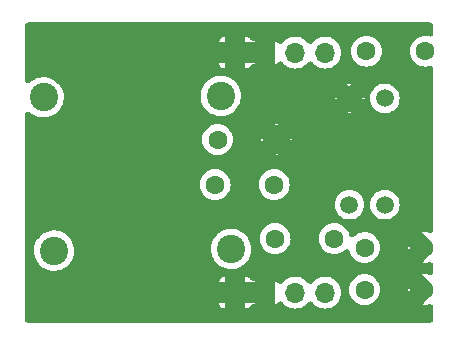
<source format=gbr>
%TF.GenerationSoftware,KiCad,Pcbnew,(6.0.11)*%
%TF.CreationDate,2023-05-29T12:42:38-05:00*%
%TF.ProjectId,LowPassFilter,4c6f7750-6173-4734-9669-6c7465722e6b,rev?*%
%TF.SameCoordinates,Original*%
%TF.FileFunction,Copper,L2,Bot*%
%TF.FilePolarity,Positive*%
%FSLAX46Y46*%
G04 Gerber Fmt 4.6, Leading zero omitted, Abs format (unit mm)*
G04 Created by KiCad (PCBNEW (6.0.11)) date 2023-05-29 12:42:38*
%MOMM*%
%LPD*%
G01*
G04 APERTURE LIST*
%TA.AperFunction,ComponentPad*%
%ADD10C,1.600000*%
%TD*%
%TA.AperFunction,ComponentPad*%
%ADD11R,1.700000X1.700000*%
%TD*%
%TA.AperFunction,ComponentPad*%
%ADD12O,1.700000X1.700000*%
%TD*%
%TA.AperFunction,ComponentPad*%
%ADD13C,2.400000*%
%TD*%
%TA.AperFunction,ComponentPad*%
%ADD14C,1.500000*%
%TD*%
G04 APERTURE END LIST*
D10*
%TO.P,C1,1*%
%TO.N,GND*%
X148550000Y-107950000D03*
%TO.P,C1,2*%
%TO.N,Net-(C2-Pad1)*%
X143550000Y-107950000D03*
%TD*%
%TO.P,C2,1*%
%TO.N,Net-(C2-Pad1)*%
X140970000Y-107188000D03*
%TO.P,C2,2*%
%TO.N,Net-(C2-Pad2)*%
X135970000Y-107188000D03*
%TD*%
%TO.P,C3,1*%
%TO.N,Net-(L2-Pad1)*%
X131104000Y-98806000D03*
%TO.P,C3,2*%
%TO.N,GND*%
X136104000Y-98806000D03*
%TD*%
%TO.P,C4,1*%
%TO.N,Net-(L2-Pad2)*%
X135890000Y-102616000D03*
%TO.P,C4,2*%
%TO.N,Net-(L2-Pad1)*%
X130890000Y-102616000D03*
%TD*%
%TO.P,C5,1*%
%TO.N,Net-(L2-Pad2)*%
X143550000Y-111506000D03*
%TO.P,C5,2*%
%TO.N,GND*%
X148550000Y-111506000D03*
%TD*%
%TO.P,C6,1*%
%TO.N,Net-(C2-Pad1)*%
X148700000Y-91330000D03*
%TO.P,C6,2*%
%TO.N,Net-(C6-Pad2)*%
X143700000Y-91330000D03*
%TD*%
D11*
%TO.P,J1,1,Pin_1*%
%TO.N,GND*%
X132588000Y-111760000D03*
D12*
%TO.P,J1,2,Pin_2*%
X135128000Y-111760000D03*
%TO.P,J1,3,Pin_3*%
%TO.N,Net-(L2-Pad2)*%
X137668000Y-111760000D03*
%TO.P,J1,4,Pin_4*%
X140208000Y-111760000D03*
%TD*%
D11*
%TO.P,J2,1,Pin_1*%
%TO.N,GND*%
X132588000Y-91440000D03*
D12*
%TO.P,J2,2,Pin_2*%
X135128000Y-91440000D03*
%TO.P,J2,3,Pin_3*%
%TO.N,Net-(J2-Pad3)*%
X137668000Y-91440000D03*
%TO.P,J2,4,Pin_4*%
%TO.N,Net-(C6-Pad2)*%
X140208000Y-91440000D03*
%TD*%
D13*
%TO.P,L1,1*%
%TO.N,Net-(C2-Pad2)*%
X131360000Y-95100000D03*
%TO.P,L1,2*%
%TO.N,Net-(L2-Pad1)*%
X116370000Y-95230000D03*
%TD*%
D14*
%TO.P,T1,1*%
%TO.N,Net-(J2-Pad3)*%
X142264000Y-104322000D03*
%TO.P,T1,2*%
%TO.N,GND*%
X142264000Y-95322000D03*
%TO.P,T1,3*%
%TO.N,Net-(C2-Pad1)*%
X145264000Y-104322000D03*
%TO.P,T1,4*%
%TO.N,Net-(J2-Pad3)*%
X145264000Y-95322000D03*
%TD*%
D13*
%TO.P,L2,1*%
%TO.N,Net-(L2-Pad1)*%
X117252000Y-108204000D03*
%TO.P,L2,2*%
%TO.N,Net-(L2-Pad2)*%
X132242000Y-108074000D03*
%TD*%
%TA.AperFunction,Conductor*%
%TO.N,GND*%
G36*
X149205788Y-88911454D02*
G01*
X149286570Y-88965430D01*
X149340546Y-89046212D01*
X149359500Y-89141500D01*
X149359500Y-89835832D01*
X149340546Y-89931120D01*
X149286570Y-90011902D01*
X149205788Y-90065878D01*
X149110500Y-90084832D01*
X149046056Y-90076348D01*
X148926692Y-90044365D01*
X148915864Y-90043418D01*
X148915860Y-90043417D01*
X148710836Y-90025480D01*
X148700000Y-90024532D01*
X148689164Y-90025480D01*
X148484140Y-90043417D01*
X148484136Y-90043418D01*
X148473308Y-90044365D01*
X148462809Y-90047178D01*
X148462810Y-90047178D01*
X148287220Y-90094227D01*
X148253504Y-90103261D01*
X148047266Y-90199432D01*
X147860861Y-90329953D01*
X147699953Y-90490861D01*
X147569432Y-90677266D01*
X147473261Y-90883504D01*
X147414365Y-91103308D01*
X147413418Y-91114136D01*
X147413417Y-91114140D01*
X147405504Y-91204592D01*
X147394532Y-91330000D01*
X147414365Y-91556692D01*
X147473261Y-91776496D01*
X147569432Y-91982734D01*
X147699953Y-92169139D01*
X147860861Y-92330047D01*
X148047266Y-92460568D01*
X148253504Y-92556739D01*
X148473308Y-92615635D01*
X148484136Y-92616582D01*
X148484140Y-92616583D01*
X148689164Y-92634520D01*
X148700000Y-92635468D01*
X148710836Y-92634520D01*
X148915860Y-92616583D01*
X148915864Y-92616582D01*
X148926692Y-92615635D01*
X149046055Y-92583652D01*
X149143001Y-92577298D01*
X149235000Y-92608528D01*
X149308045Y-92672586D01*
X149351016Y-92759722D01*
X149359500Y-92824168D01*
X149359500Y-106493406D01*
X149340546Y-106588694D01*
X149286570Y-106669476D01*
X149205788Y-106723452D01*
X149110500Y-106742406D01*
X149019229Y-106724251D01*
X149019139Y-106724499D01*
X149017528Y-106723913D01*
X149015212Y-106723452D01*
X149010181Y-106721239D01*
X148988576Y-106713375D01*
X148788493Y-106659763D01*
X148767176Y-106656004D01*
X148560827Y-106637951D01*
X148539167Y-106637952D01*
X148407418Y-106649478D01*
X148388957Y-106654859D01*
X148396455Y-106665085D01*
X148550000Y-106818629D01*
X149286569Y-107555198D01*
X149340546Y-107635979D01*
X149359500Y-107731268D01*
X149359500Y-108168731D01*
X149340546Y-108264019D01*
X149286570Y-108344801D01*
X148550000Y-109081371D01*
X148400327Y-109231043D01*
X148389645Y-109247030D01*
X148401964Y-109250044D01*
X148539167Y-109262048D01*
X148560827Y-109262049D01*
X148767176Y-109243996D01*
X148788493Y-109240237D01*
X148988576Y-109186625D01*
X149019139Y-109175501D01*
X149019817Y-109177364D01*
X149099629Y-109157831D01*
X149195654Y-109172607D01*
X149278715Y-109223005D01*
X149336167Y-109301353D01*
X149359263Y-109395723D01*
X149359500Y-109406594D01*
X149359500Y-110049406D01*
X149340546Y-110144694D01*
X149286570Y-110225476D01*
X149205788Y-110279452D01*
X149110500Y-110298406D01*
X149019229Y-110280251D01*
X149019139Y-110280499D01*
X149017528Y-110279913D01*
X149015212Y-110279452D01*
X149010181Y-110277239D01*
X148988576Y-110269375D01*
X148788493Y-110215763D01*
X148767176Y-110212004D01*
X148560827Y-110193951D01*
X148539167Y-110193952D01*
X148407418Y-110205478D01*
X148388957Y-110210859D01*
X148396455Y-110221085D01*
X148550000Y-110374629D01*
X149286569Y-111111198D01*
X149340546Y-111191979D01*
X149359500Y-111287268D01*
X149359500Y-111724731D01*
X149340546Y-111820019D01*
X149286570Y-111900801D01*
X148550000Y-112637371D01*
X148400327Y-112787043D01*
X148389645Y-112803030D01*
X148401964Y-112806044D01*
X148539167Y-112818048D01*
X148560827Y-112818049D01*
X148767176Y-112799996D01*
X148788493Y-112796237D01*
X148988576Y-112742625D01*
X149019139Y-112731501D01*
X149019817Y-112733364D01*
X149099629Y-112713831D01*
X149195654Y-112728607D01*
X149278715Y-112779005D01*
X149336167Y-112857353D01*
X149359263Y-112951723D01*
X149359500Y-112962594D01*
X149359500Y-114058500D01*
X149340546Y-114153788D01*
X149286570Y-114234570D01*
X149205788Y-114288546D01*
X149110500Y-114307500D01*
X115049500Y-114307500D01*
X114954212Y-114288546D01*
X114873430Y-114234570D01*
X114819454Y-114153788D01*
X114800500Y-114058500D01*
X114800500Y-112651346D01*
X131230001Y-112651346D01*
X131230729Y-112664792D01*
X131235062Y-112704685D01*
X131242228Y-112734826D01*
X131281600Y-112839850D01*
X131298469Y-112870660D01*
X131364453Y-112958703D01*
X131389297Y-112983547D01*
X131477340Y-113049531D01*
X131508150Y-113066400D01*
X131613178Y-113105773D01*
X131643309Y-113112938D01*
X131683214Y-113117273D01*
X131696650Y-113118000D01*
X131713473Y-113118000D01*
X131733931Y-113113931D01*
X131738000Y-113093473D01*
X131738000Y-113093472D01*
X133438000Y-113093472D01*
X133442069Y-113113930D01*
X133462527Y-113117999D01*
X133479346Y-113117999D01*
X133492792Y-113117271D01*
X133532685Y-113112938D01*
X133562826Y-113105772D01*
X133667850Y-113066400D01*
X133698660Y-113049531D01*
X133786703Y-112983547D01*
X133811547Y-112958703D01*
X133888172Y-112856462D01*
X133889145Y-112857192D01*
X133939286Y-112797329D01*
X134025424Y-112752391D01*
X134122202Y-112743838D01*
X134214886Y-112772971D01*
X134254369Y-112799804D01*
X134259130Y-112803757D01*
X134276073Y-112812937D01*
X134276179Y-112812740D01*
X134278000Y-112800702D01*
X134278000Y-112797329D01*
X135978000Y-112797329D01*
X135981760Y-112816231D01*
X135986578Y-112815273D01*
X135989511Y-112813647D01*
X135999217Y-112806724D01*
X136014773Y-112793579D01*
X136158477Y-112650374D01*
X136171672Y-112634870D01*
X136199943Y-112595526D01*
X136270940Y-112529204D01*
X136361912Y-112495100D01*
X136459011Y-112498406D01*
X136547454Y-112538617D01*
X136606121Y-112598005D01*
X136629505Y-112631401D01*
X136796599Y-112798495D01*
X136805497Y-112804725D01*
X136805500Y-112804728D01*
X136899661Y-112870660D01*
X136990170Y-112934035D01*
X137000015Y-112938626D01*
X137000017Y-112938627D01*
X137051415Y-112962594D01*
X137204337Y-113033903D01*
X137214835Y-113036716D01*
X137214838Y-113036717D01*
X137262662Y-113049531D01*
X137432592Y-113095063D01*
X137443425Y-113096011D01*
X137443426Y-113096011D01*
X137555005Y-113105773D01*
X137648250Y-113113931D01*
X137657165Y-113114711D01*
X137668000Y-113115659D01*
X137678835Y-113114711D01*
X137687751Y-113113931D01*
X137780995Y-113105773D01*
X137892574Y-113096011D01*
X137892575Y-113096011D01*
X137903408Y-113095063D01*
X138073338Y-113049531D01*
X138121162Y-113036717D01*
X138121165Y-113036716D01*
X138131663Y-113033903D01*
X138284585Y-112962594D01*
X138335983Y-112938627D01*
X138335985Y-112938626D01*
X138345830Y-112934035D01*
X138436339Y-112870660D01*
X138530500Y-112804728D01*
X138530503Y-112804725D01*
X138539401Y-112798495D01*
X138706495Y-112631401D01*
X138734032Y-112592074D01*
X138804211Y-112524891D01*
X138894760Y-112489678D01*
X138991892Y-112491797D01*
X139080819Y-112530925D01*
X139141968Y-112592074D01*
X139169505Y-112631401D01*
X139336599Y-112798495D01*
X139345497Y-112804725D01*
X139345500Y-112804728D01*
X139439661Y-112870660D01*
X139530170Y-112934035D01*
X139540015Y-112938626D01*
X139540017Y-112938627D01*
X139591415Y-112962594D01*
X139744337Y-113033903D01*
X139754835Y-113036716D01*
X139754838Y-113036717D01*
X139802662Y-113049531D01*
X139972592Y-113095063D01*
X139983425Y-113096011D01*
X139983426Y-113096011D01*
X140095005Y-113105773D01*
X140188250Y-113113931D01*
X140197165Y-113114711D01*
X140208000Y-113115659D01*
X140218835Y-113114711D01*
X140227751Y-113113931D01*
X140320995Y-113105773D01*
X140432574Y-113096011D01*
X140432575Y-113096011D01*
X140443408Y-113095063D01*
X140613338Y-113049531D01*
X140661162Y-113036717D01*
X140661165Y-113036716D01*
X140671663Y-113033903D01*
X140824585Y-112962594D01*
X140875983Y-112938627D01*
X140875985Y-112938626D01*
X140885830Y-112934035D01*
X140976339Y-112870660D01*
X141070500Y-112804728D01*
X141070503Y-112804725D01*
X141079401Y-112798495D01*
X141246495Y-112631401D01*
X141382035Y-112437829D01*
X141386631Y-112427973D01*
X141477307Y-112233520D01*
X141477309Y-112233516D01*
X141481903Y-112223663D01*
X141543063Y-111995408D01*
X141546818Y-111952496D01*
X141562711Y-111770835D01*
X141563659Y-111760000D01*
X141543063Y-111524592D01*
X141538081Y-111506000D01*
X142244532Y-111506000D01*
X142264365Y-111732692D01*
X142323261Y-111952496D01*
X142419432Y-112158734D01*
X142549953Y-112345139D01*
X142710861Y-112506047D01*
X142897266Y-112636568D01*
X143103504Y-112732739D01*
X143323308Y-112791635D01*
X143334136Y-112792582D01*
X143334140Y-112792583D01*
X143539164Y-112810520D01*
X143550000Y-112811468D01*
X143560836Y-112810520D01*
X143765860Y-112792583D01*
X143765864Y-112792582D01*
X143776692Y-112791635D01*
X143996496Y-112732739D01*
X144202734Y-112636568D01*
X144389139Y-112506047D01*
X144550047Y-112345139D01*
X144680568Y-112158734D01*
X144776739Y-111952496D01*
X144835635Y-111732692D01*
X144854520Y-111516836D01*
X147237952Y-111516836D01*
X147249478Y-111648582D01*
X147254859Y-111667043D01*
X147265085Y-111659545D01*
X147401289Y-111523341D01*
X147412876Y-111506000D01*
X147401289Y-111488659D01*
X147268957Y-111356327D01*
X147252970Y-111345645D01*
X147249956Y-111357964D01*
X147237952Y-111495164D01*
X147237952Y-111516836D01*
X144854520Y-111516836D01*
X144855468Y-111506000D01*
X144842517Y-111357964D01*
X144836583Y-111290140D01*
X144836582Y-111290136D01*
X144835635Y-111279308D01*
X144790590Y-111111198D01*
X144779552Y-111070002D01*
X144779552Y-111070001D01*
X144776739Y-111059504D01*
X144680568Y-110853266D01*
X144550047Y-110666861D01*
X144389139Y-110505953D01*
X144202734Y-110375432D01*
X143996496Y-110279261D01*
X143776692Y-110220365D01*
X143765864Y-110219418D01*
X143765860Y-110219417D01*
X143560836Y-110201480D01*
X143550000Y-110200532D01*
X143539164Y-110201480D01*
X143334140Y-110219417D01*
X143334136Y-110219418D01*
X143323308Y-110220365D01*
X143103504Y-110279261D01*
X142897266Y-110375432D01*
X142710861Y-110505953D01*
X142549953Y-110666861D01*
X142419432Y-110853266D01*
X142323261Y-111059504D01*
X142320448Y-111070001D01*
X142320448Y-111070002D01*
X142309410Y-111111198D01*
X142264365Y-111279308D01*
X142263418Y-111290136D01*
X142263417Y-111290140D01*
X142257483Y-111357964D01*
X142244532Y-111506000D01*
X141538081Y-111506000D01*
X141481903Y-111296337D01*
X141473963Y-111279308D01*
X141386631Y-111092027D01*
X141382035Y-111082171D01*
X141366164Y-111059504D01*
X141274530Y-110928638D01*
X141246495Y-110888599D01*
X141079401Y-110721505D01*
X141070503Y-110715275D01*
X141070500Y-110715272D01*
X140894729Y-110592196D01*
X140894728Y-110592195D01*
X140885830Y-110585965D01*
X140875985Y-110581374D01*
X140875983Y-110581373D01*
X140779651Y-110536453D01*
X140671663Y-110486097D01*
X140661165Y-110483284D01*
X140661162Y-110483283D01*
X140550381Y-110453600D01*
X140443408Y-110424937D01*
X140432575Y-110423989D01*
X140432574Y-110423989D01*
X140227762Y-110406070D01*
X140208000Y-110404341D01*
X140188238Y-110406070D01*
X139983426Y-110423989D01*
X139983425Y-110423989D01*
X139972592Y-110424937D01*
X139744337Y-110486097D01*
X139734484Y-110490691D01*
X139734480Y-110490693D01*
X139685273Y-110513639D01*
X139530171Y-110585965D01*
X139336599Y-110721505D01*
X139169505Y-110888599D01*
X139141968Y-110927926D01*
X139071789Y-110995109D01*
X138981240Y-111030322D01*
X138884108Y-111028203D01*
X138795181Y-110989075D01*
X138734032Y-110927926D01*
X138706495Y-110888599D01*
X138539401Y-110721505D01*
X138530503Y-110715275D01*
X138530500Y-110715272D01*
X138354729Y-110592196D01*
X138354728Y-110592195D01*
X138345830Y-110585965D01*
X138335985Y-110581374D01*
X138335983Y-110581373D01*
X138239651Y-110536453D01*
X138131663Y-110486097D01*
X138121165Y-110483284D01*
X138121162Y-110483283D01*
X138010381Y-110453600D01*
X137903408Y-110424937D01*
X137892575Y-110423989D01*
X137892574Y-110423989D01*
X137687762Y-110406070D01*
X137668000Y-110404341D01*
X137648238Y-110406070D01*
X137443426Y-110423989D01*
X137443425Y-110423989D01*
X137432592Y-110424937D01*
X137204337Y-110486097D01*
X137194484Y-110490691D01*
X137194480Y-110490693D01*
X137145273Y-110513639D01*
X136990171Y-110585965D01*
X136796599Y-110721505D01*
X136629505Y-110888599D01*
X136623270Y-110897504D01*
X136623268Y-110897506D01*
X136618698Y-110904033D01*
X136607849Y-110919527D01*
X136537671Y-110986710D01*
X136447122Y-111021924D01*
X136349990Y-111019807D01*
X136261063Y-110980679D01*
X136206603Y-110928638D01*
X136200741Y-110921027D01*
X136064209Y-110770980D01*
X136049305Y-110757082D01*
X135997246Y-110715968D01*
X135980085Y-110707206D01*
X135979271Y-110708800D01*
X135978000Y-110717961D01*
X135978000Y-112797329D01*
X134278000Y-112797329D01*
X134278000Y-112634527D01*
X134273931Y-112614069D01*
X134253473Y-112610000D01*
X134092079Y-112610000D01*
X134055354Y-112617305D01*
X133958201Y-112617305D01*
X133921475Y-112610000D01*
X133462527Y-112610000D01*
X133442069Y-112614069D01*
X133438000Y-112634527D01*
X133438000Y-113093472D01*
X131738000Y-113093472D01*
X131738000Y-112634527D01*
X131733931Y-112614069D01*
X131713473Y-112610000D01*
X131254528Y-112610000D01*
X131234070Y-112614069D01*
X131230001Y-112634527D01*
X131230001Y-112651346D01*
X114800500Y-112651346D01*
X114800500Y-110885473D01*
X131230000Y-110885473D01*
X131234069Y-110905931D01*
X131254527Y-110910000D01*
X131713473Y-110910000D01*
X131733931Y-110905931D01*
X131738000Y-110885473D01*
X133438000Y-110885473D01*
X133442069Y-110905931D01*
X133462527Y-110910000D01*
X133921476Y-110910000D01*
X133951469Y-110904034D01*
X134048624Y-110904033D01*
X134063551Y-110908640D01*
X134076709Y-110910000D01*
X134253473Y-110910000D01*
X134273931Y-110905931D01*
X134278000Y-110885473D01*
X134278000Y-110724465D01*
X134274240Y-110705565D01*
X134270952Y-110706219D01*
X134265472Y-110709345D01*
X134243698Y-110725693D01*
X134156117Y-110767749D01*
X134059109Y-110773088D01*
X133967442Y-110740897D01*
X133895072Y-110676077D01*
X133879745Y-110652293D01*
X133811547Y-110561297D01*
X133786703Y-110536453D01*
X133698660Y-110470469D01*
X133667850Y-110453600D01*
X133562822Y-110414227D01*
X133532691Y-110407062D01*
X133492786Y-110402727D01*
X133479350Y-110402000D01*
X133462527Y-110402000D01*
X133442069Y-110406069D01*
X133438000Y-110426527D01*
X133438000Y-110885473D01*
X131738000Y-110885473D01*
X131738000Y-110426528D01*
X131733931Y-110406070D01*
X131713473Y-110402001D01*
X131696654Y-110402001D01*
X131683208Y-110402729D01*
X131643315Y-110407062D01*
X131613174Y-110414228D01*
X131508150Y-110453600D01*
X131477340Y-110470469D01*
X131389297Y-110536453D01*
X131364453Y-110561297D01*
X131298469Y-110649340D01*
X131281600Y-110680150D01*
X131242227Y-110785178D01*
X131235062Y-110815309D01*
X131230727Y-110855214D01*
X131230000Y-110868650D01*
X131230000Y-110885473D01*
X114800500Y-110885473D01*
X114800500Y-108159361D01*
X115547316Y-108159361D01*
X115549760Y-108210240D01*
X115558203Y-108385998D01*
X115559443Y-108411820D01*
X115608752Y-108659713D01*
X115611873Y-108668405D01*
X115611873Y-108668406D01*
X115690602Y-108887684D01*
X115694160Y-108897595D01*
X115698532Y-108905732D01*
X115698534Y-108905736D01*
X115792907Y-109081371D01*
X115813792Y-109120240D01*
X115819319Y-109127642D01*
X115819320Y-109127643D01*
X115949036Y-109301353D01*
X115965018Y-109322756D01*
X116144517Y-109500696D01*
X116151969Y-109506160D01*
X116249429Y-109577620D01*
X116348346Y-109650149D01*
X116356510Y-109654445D01*
X116356516Y-109654448D01*
X116465392Y-109711730D01*
X116572026Y-109767833D01*
X116810644Y-109851162D01*
X117058958Y-109898306D01*
X117068180Y-109898668D01*
X117068186Y-109898669D01*
X117185235Y-109903267D01*
X117311513Y-109908229D01*
X117320688Y-109907224D01*
X117320693Y-109907224D01*
X117553577Y-109881719D01*
X117553581Y-109881718D01*
X117562760Y-109880713D01*
X117807181Y-109816363D01*
X118039405Y-109716591D01*
X118047257Y-109711732D01*
X118047261Y-109711730D01*
X118246472Y-109588454D01*
X118254331Y-109583591D01*
X118447238Y-109420283D01*
X118532768Y-109322756D01*
X118607802Y-109237196D01*
X118607803Y-109237194D01*
X118613888Y-109230256D01*
X118750619Y-109017684D01*
X118784550Y-108942361D01*
X118850635Y-108795656D01*
X118854428Y-108787236D01*
X118906463Y-108602734D01*
X118920524Y-108552877D01*
X118920525Y-108552873D01*
X118923034Y-108543976D01*
X118924849Y-108529713D01*
X118938440Y-108422877D01*
X118954931Y-108293247D01*
X118957268Y-108204000D01*
X118956546Y-108194284D01*
X118944290Y-108029361D01*
X130537316Y-108029361D01*
X130541240Y-108111043D01*
X130546005Y-108210240D01*
X130549443Y-108281820D01*
X130598752Y-108529713D01*
X130601873Y-108538405D01*
X130601873Y-108538406D01*
X130648548Y-108668406D01*
X130684160Y-108767595D01*
X130688532Y-108775732D01*
X130688534Y-108775736D01*
X130785547Y-108956284D01*
X130803792Y-108990240D01*
X130809319Y-108997642D01*
X130809320Y-108997643D01*
X130943058Y-109176739D01*
X130955018Y-109192756D01*
X131134517Y-109370696D01*
X131141969Y-109376160D01*
X131302944Y-109494191D01*
X131338346Y-109520149D01*
X131346510Y-109524445D01*
X131346516Y-109524448D01*
X131447580Y-109577620D01*
X131562026Y-109637833D01*
X131800644Y-109721162D01*
X132048958Y-109768306D01*
X132058180Y-109768668D01*
X132058186Y-109768669D01*
X132175235Y-109773267D01*
X132301513Y-109778229D01*
X132310688Y-109777224D01*
X132310693Y-109777224D01*
X132543577Y-109751719D01*
X132543581Y-109751718D01*
X132552760Y-109750713D01*
X132797181Y-109686363D01*
X133029405Y-109586591D01*
X133037257Y-109581732D01*
X133037261Y-109581730D01*
X133236472Y-109458454D01*
X133244331Y-109453591D01*
X133437238Y-109290283D01*
X133468602Y-109254520D01*
X133597802Y-109107196D01*
X133597803Y-109107194D01*
X133603888Y-109100256D01*
X133740619Y-108887684D01*
X133782075Y-108795656D01*
X133840635Y-108665656D01*
X133844428Y-108657236D01*
X133873860Y-108552877D01*
X133910524Y-108422877D01*
X133910525Y-108422873D01*
X133913034Y-108413976D01*
X133944931Y-108163247D01*
X133946494Y-108103545D01*
X133947105Y-108080240D01*
X133947105Y-108080232D01*
X133947268Y-108074000D01*
X133928537Y-107821945D01*
X133872756Y-107575428D01*
X133781150Y-107339863D01*
X133694353Y-107188000D01*
X134664532Y-107188000D01*
X134665480Y-107198836D01*
X134677116Y-107331832D01*
X134684365Y-107414692D01*
X134743261Y-107634496D01*
X134839432Y-107840734D01*
X134969953Y-108027139D01*
X135130861Y-108188047D01*
X135317266Y-108318568D01*
X135523504Y-108414739D01*
X135534001Y-108417552D01*
X135534002Y-108417552D01*
X135633406Y-108444187D01*
X135743308Y-108473635D01*
X135754136Y-108474582D01*
X135754140Y-108474583D01*
X135959164Y-108492520D01*
X135970000Y-108493468D01*
X135980836Y-108492520D01*
X136185860Y-108474583D01*
X136185864Y-108474582D01*
X136196692Y-108473635D01*
X136306594Y-108444187D01*
X136405998Y-108417552D01*
X136405999Y-108417552D01*
X136416496Y-108414739D01*
X136622734Y-108318568D01*
X136809139Y-108188047D01*
X136970047Y-108027139D01*
X137100568Y-107840734D01*
X137196739Y-107634496D01*
X137255635Y-107414692D01*
X137262885Y-107331832D01*
X137274520Y-107198836D01*
X137275468Y-107188000D01*
X139664532Y-107188000D01*
X139665480Y-107198836D01*
X139677116Y-107331832D01*
X139684365Y-107414692D01*
X139743261Y-107634496D01*
X139839432Y-107840734D01*
X139969953Y-108027139D01*
X140130861Y-108188047D01*
X140317266Y-108318568D01*
X140523504Y-108414739D01*
X140534001Y-108417552D01*
X140534002Y-108417552D01*
X140633406Y-108444187D01*
X140743308Y-108473635D01*
X140754136Y-108474582D01*
X140754140Y-108474583D01*
X140959164Y-108492520D01*
X140970000Y-108493468D01*
X140980836Y-108492520D01*
X141185860Y-108474583D01*
X141185864Y-108474582D01*
X141196692Y-108473635D01*
X141306594Y-108444187D01*
X141405998Y-108417552D01*
X141405999Y-108417552D01*
X141416496Y-108414739D01*
X141622734Y-108318568D01*
X141809139Y-108188047D01*
X141865602Y-108131584D01*
X141946384Y-108077608D01*
X142041672Y-108058654D01*
X142136960Y-108077608D01*
X142217742Y-108131584D01*
X142271718Y-108212366D01*
X142282188Y-108243209D01*
X142320447Y-108385996D01*
X142320448Y-108385998D01*
X142323261Y-108396496D01*
X142419432Y-108602734D01*
X142549953Y-108789139D01*
X142710861Y-108950047D01*
X142897266Y-109080568D01*
X143103504Y-109176739D01*
X143114001Y-109179552D01*
X143114002Y-109179552D01*
X143187546Y-109199258D01*
X143323308Y-109235635D01*
X143334136Y-109236582D01*
X143334140Y-109236583D01*
X143539164Y-109254520D01*
X143550000Y-109255468D01*
X143560836Y-109254520D01*
X143765860Y-109236583D01*
X143765864Y-109236582D01*
X143776692Y-109235635D01*
X143912454Y-109199258D01*
X143985998Y-109179552D01*
X143985999Y-109179552D01*
X143996496Y-109176739D01*
X144202734Y-109080568D01*
X144389139Y-108950047D01*
X144550047Y-108789139D01*
X144680568Y-108602734D01*
X144776739Y-108396496D01*
X144779553Y-108385996D01*
X144832822Y-108187190D01*
X144835635Y-108176692D01*
X144836812Y-108163247D01*
X144854520Y-107960836D01*
X147237952Y-107960836D01*
X147249478Y-108092582D01*
X147254859Y-108111043D01*
X147265085Y-108103545D01*
X147401289Y-107967341D01*
X147412876Y-107950000D01*
X147401289Y-107932659D01*
X147268957Y-107800327D01*
X147252970Y-107789645D01*
X147249956Y-107801964D01*
X147237952Y-107939164D01*
X147237952Y-107960836D01*
X144854520Y-107960836D01*
X144855468Y-107950000D01*
X144846688Y-107849643D01*
X144836583Y-107734140D01*
X144836582Y-107734136D01*
X144835635Y-107723308D01*
X144784619Y-107532911D01*
X144779552Y-107514002D01*
X144779552Y-107514001D01*
X144776739Y-107503504D01*
X144680568Y-107297266D01*
X144550047Y-107110861D01*
X144389139Y-106949953D01*
X144202734Y-106819432D01*
X143996496Y-106723261D01*
X143969596Y-106716053D01*
X143886594Y-106693813D01*
X143776692Y-106664365D01*
X143765864Y-106663418D01*
X143765860Y-106663417D01*
X143560836Y-106645480D01*
X143550000Y-106644532D01*
X143539164Y-106645480D01*
X143334140Y-106663417D01*
X143334136Y-106663418D01*
X143323308Y-106664365D01*
X143213406Y-106693813D01*
X143130405Y-106716053D01*
X143103504Y-106723261D01*
X142897266Y-106819432D01*
X142710861Y-106949953D01*
X142654398Y-107006416D01*
X142573616Y-107060392D01*
X142478328Y-107079346D01*
X142383040Y-107060392D01*
X142302258Y-107006416D01*
X142248282Y-106925634D01*
X142237812Y-106894791D01*
X142199553Y-106752004D01*
X142199551Y-106751998D01*
X142196739Y-106741504D01*
X142100568Y-106535266D01*
X141970047Y-106348861D01*
X141809139Y-106187953D01*
X141622734Y-106057432D01*
X141416496Y-105961261D01*
X141196692Y-105902365D01*
X141185864Y-105901418D01*
X141185860Y-105901417D01*
X140980836Y-105883480D01*
X140970000Y-105882532D01*
X140959164Y-105883480D01*
X140754140Y-105901417D01*
X140754136Y-105901418D01*
X140743308Y-105902365D01*
X140523504Y-105961261D01*
X140317266Y-106057432D01*
X140130861Y-106187953D01*
X139969953Y-106348861D01*
X139839432Y-106535266D01*
X139743261Y-106741504D01*
X139740448Y-106752001D01*
X139740448Y-106752002D01*
X139722380Y-106819432D01*
X139684365Y-106961308D01*
X139683418Y-106972136D01*
X139683417Y-106972140D01*
X139670501Y-107119769D01*
X139664532Y-107188000D01*
X137275468Y-107188000D01*
X137269499Y-107119769D01*
X137256583Y-106972140D01*
X137256582Y-106972136D01*
X137255635Y-106961308D01*
X137217620Y-106819432D01*
X137199552Y-106752002D01*
X137199552Y-106752001D01*
X137196739Y-106741504D01*
X137100568Y-106535266D01*
X136970047Y-106348861D01*
X136809139Y-106187953D01*
X136622734Y-106057432D01*
X136416496Y-105961261D01*
X136196692Y-105902365D01*
X136185864Y-105901418D01*
X136185860Y-105901417D01*
X135980836Y-105883480D01*
X135970000Y-105882532D01*
X135959164Y-105883480D01*
X135754140Y-105901417D01*
X135754136Y-105901418D01*
X135743308Y-105902365D01*
X135523504Y-105961261D01*
X135317266Y-106057432D01*
X135130861Y-106187953D01*
X134969953Y-106348861D01*
X134839432Y-106535266D01*
X134743261Y-106741504D01*
X134740448Y-106752001D01*
X134740448Y-106752002D01*
X134722380Y-106819432D01*
X134684365Y-106961308D01*
X134683418Y-106972136D01*
X134683417Y-106972140D01*
X134670501Y-107119769D01*
X134664532Y-107188000D01*
X133694353Y-107188000D01*
X133655731Y-107120426D01*
X133650019Y-107113180D01*
X133650014Y-107113173D01*
X133504971Y-106929188D01*
X133504967Y-106929184D01*
X133499255Y-106921938D01*
X133315160Y-106748758D01*
X133307581Y-106743500D01*
X133307577Y-106743497D01*
X133115083Y-106609959D01*
X133115081Y-106609958D01*
X133107489Y-106604691D01*
X133099200Y-106600603D01*
X133099196Y-106600601D01*
X132889091Y-106496989D01*
X132889089Y-106496988D01*
X132880805Y-106492903D01*
X132797178Y-106466134D01*
X132648886Y-106418665D01*
X132648879Y-106418663D01*
X132640087Y-106415849D01*
X132518136Y-106395988D01*
X132399739Y-106376705D01*
X132399733Y-106376704D01*
X132390624Y-106375221D01*
X132381394Y-106375100D01*
X132381392Y-106375100D01*
X132207701Y-106372827D01*
X132137896Y-106371913D01*
X132128741Y-106373159D01*
X132128740Y-106373159D01*
X131896607Y-106404750D01*
X131896601Y-106404751D01*
X131887455Y-106405996D01*
X131644803Y-106476723D01*
X131636424Y-106480586D01*
X131636418Y-106480588D01*
X131488748Y-106548665D01*
X131415270Y-106582539D01*
X131353705Y-106622903D01*
X131222887Y-106708671D01*
X131203899Y-106721120D01*
X131197010Y-106727269D01*
X131197007Y-106727271D01*
X131169296Y-106752004D01*
X131015333Y-106889421D01*
X130853715Y-107083746D01*
X130831856Y-107119769D01*
X130727384Y-107291932D01*
X130727381Y-107291938D01*
X130722595Y-107299825D01*
X130719026Y-107308336D01*
X130719024Y-107308340D01*
X130664511Y-107438340D01*
X130624854Y-107532911D01*
X130562639Y-107777883D01*
X130561713Y-107787083D01*
X130538437Y-108018231D01*
X130537316Y-108029361D01*
X118944290Y-108029361D01*
X118939222Y-107961162D01*
X118939222Y-107961161D01*
X118938537Y-107951945D01*
X118882756Y-107705428D01*
X118791150Y-107469863D01*
X118665731Y-107250426D01*
X118660019Y-107243180D01*
X118660014Y-107243173D01*
X118514971Y-107059188D01*
X118514967Y-107059184D01*
X118509255Y-107051938D01*
X118325160Y-106878758D01*
X118317581Y-106873500D01*
X118317577Y-106873497D01*
X118125083Y-106739959D01*
X118125081Y-106739958D01*
X118117489Y-106734691D01*
X118109200Y-106730603D01*
X118109196Y-106730601D01*
X117899091Y-106626989D01*
X117899089Y-106626988D01*
X117890805Y-106622903D01*
X117780537Y-106587606D01*
X117658886Y-106548665D01*
X117658879Y-106548663D01*
X117650087Y-106545849D01*
X117528136Y-106525988D01*
X117409739Y-106506705D01*
X117409733Y-106506704D01*
X117400624Y-106505221D01*
X117391394Y-106505100D01*
X117391392Y-106505100D01*
X117217701Y-106502827D01*
X117147896Y-106501913D01*
X117138741Y-106503159D01*
X117138740Y-106503159D01*
X116906607Y-106534750D01*
X116906601Y-106534751D01*
X116897455Y-106535996D01*
X116654803Y-106606723D01*
X116646424Y-106610586D01*
X116646418Y-106610588D01*
X116433660Y-106708671D01*
X116425270Y-106712539D01*
X116370027Y-106748758D01*
X116252717Y-106825670D01*
X116213899Y-106851120D01*
X116207010Y-106857269D01*
X116207007Y-106857271D01*
X116102205Y-106950810D01*
X116025333Y-107019421D01*
X115863715Y-107213746D01*
X115841457Y-107250426D01*
X115737384Y-107421932D01*
X115737381Y-107421938D01*
X115732595Y-107429825D01*
X115729026Y-107438336D01*
X115729024Y-107438340D01*
X115642638Y-107644349D01*
X115634854Y-107662911D01*
X115572639Y-107907883D01*
X115569489Y-107939164D01*
X115555912Y-108074000D01*
X115547316Y-108159361D01*
X114800500Y-108159361D01*
X114800500Y-104322000D01*
X141008723Y-104322000D01*
X141027793Y-104539977D01*
X141084425Y-104751330D01*
X141176898Y-104949638D01*
X141302402Y-105128877D01*
X141457123Y-105283598D01*
X141466021Y-105289828D01*
X141466024Y-105289831D01*
X141627462Y-105402871D01*
X141636361Y-105409102D01*
X141834670Y-105501575D01*
X141845173Y-105504389D01*
X141845175Y-105504390D01*
X141925024Y-105525785D01*
X142046023Y-105558207D01*
X142264000Y-105577277D01*
X142481977Y-105558207D01*
X142602976Y-105525785D01*
X142682825Y-105504390D01*
X142682827Y-105504389D01*
X142693330Y-105501575D01*
X142891639Y-105409102D01*
X142900538Y-105402871D01*
X143061976Y-105289831D01*
X143061979Y-105289828D01*
X143070877Y-105283598D01*
X143225598Y-105128877D01*
X143351102Y-104949638D01*
X143443575Y-104751330D01*
X143500207Y-104539977D01*
X143515947Y-104360063D01*
X143524948Y-104329183D01*
X143522090Y-104314817D01*
X144003052Y-104314817D01*
X144012053Y-104360063D01*
X144027793Y-104539977D01*
X144084425Y-104751330D01*
X144176898Y-104949638D01*
X144302402Y-105128877D01*
X144457123Y-105283598D01*
X144466021Y-105289828D01*
X144466024Y-105289831D01*
X144627462Y-105402871D01*
X144636361Y-105409102D01*
X144834670Y-105501575D01*
X144845173Y-105504389D01*
X144845175Y-105504390D01*
X144925024Y-105525785D01*
X145046023Y-105558207D01*
X145264000Y-105577277D01*
X145481977Y-105558207D01*
X145602976Y-105525785D01*
X145682825Y-105504390D01*
X145682827Y-105504389D01*
X145693330Y-105501575D01*
X145891639Y-105409102D01*
X145900538Y-105402871D01*
X146061976Y-105289831D01*
X146061979Y-105289828D01*
X146070877Y-105283598D01*
X146225598Y-105128877D01*
X146351102Y-104949638D01*
X146443575Y-104751330D01*
X146500207Y-104539977D01*
X146519277Y-104322000D01*
X146500207Y-104104023D01*
X146443575Y-103892670D01*
X146418149Y-103838144D01*
X146355697Y-103704215D01*
X146355695Y-103704211D01*
X146351102Y-103694362D01*
X146225598Y-103515123D01*
X146070877Y-103360402D01*
X146061979Y-103354172D01*
X146061976Y-103354169D01*
X145900538Y-103241129D01*
X145900537Y-103241128D01*
X145891639Y-103234898D01*
X145693330Y-103142425D01*
X145682827Y-103139611D01*
X145682825Y-103139610D01*
X145602976Y-103118215D01*
X145481977Y-103085793D01*
X145264000Y-103066723D01*
X145046023Y-103085793D01*
X144834670Y-103142425D01*
X144824811Y-103147022D01*
X144824812Y-103147022D01*
X144646215Y-103230303D01*
X144646211Y-103230305D01*
X144636362Y-103234898D01*
X144457123Y-103360402D01*
X144302402Y-103515123D01*
X144176898Y-103694362D01*
X144172305Y-103704211D01*
X144172303Y-103704215D01*
X144109851Y-103838144D01*
X144084425Y-103892670D01*
X144027793Y-104104023D01*
X144026846Y-104114848D01*
X144012053Y-104283937D01*
X144003052Y-104314817D01*
X143522090Y-104314817D01*
X143515947Y-104283937D01*
X143501154Y-104114848D01*
X143500207Y-104104023D01*
X143443575Y-103892670D01*
X143418149Y-103838144D01*
X143355697Y-103704215D01*
X143355695Y-103704211D01*
X143351102Y-103694362D01*
X143225598Y-103515123D01*
X143070877Y-103360402D01*
X143061979Y-103354172D01*
X143061976Y-103354169D01*
X142900538Y-103241129D01*
X142900537Y-103241128D01*
X142891639Y-103234898D01*
X142693330Y-103142425D01*
X142682827Y-103139611D01*
X142682825Y-103139610D01*
X142602976Y-103118215D01*
X142481977Y-103085793D01*
X142264000Y-103066723D01*
X142046023Y-103085793D01*
X141834670Y-103142425D01*
X141824811Y-103147022D01*
X141824812Y-103147022D01*
X141646215Y-103230303D01*
X141646211Y-103230305D01*
X141636362Y-103234898D01*
X141457123Y-103360402D01*
X141302402Y-103515123D01*
X141176898Y-103694362D01*
X141172305Y-103704211D01*
X141172303Y-103704215D01*
X141109851Y-103838144D01*
X141084425Y-103892670D01*
X141027793Y-104104023D01*
X141008723Y-104322000D01*
X114800500Y-104322000D01*
X114800500Y-102616000D01*
X129584532Y-102616000D01*
X129604365Y-102842692D01*
X129663261Y-103062496D01*
X129759432Y-103268734D01*
X129889953Y-103455139D01*
X130050861Y-103616047D01*
X130237266Y-103746568D01*
X130443504Y-103842739D01*
X130663308Y-103901635D01*
X130674136Y-103902582D01*
X130674140Y-103902583D01*
X130879164Y-103920520D01*
X130890000Y-103921468D01*
X130900836Y-103920520D01*
X131105860Y-103902583D01*
X131105864Y-103902582D01*
X131116692Y-103901635D01*
X131336496Y-103842739D01*
X131542734Y-103746568D01*
X131729139Y-103616047D01*
X131890047Y-103455139D01*
X132020568Y-103268734D01*
X132116739Y-103062496D01*
X132175635Y-102842692D01*
X132195468Y-102616000D01*
X134584532Y-102616000D01*
X134604365Y-102842692D01*
X134663261Y-103062496D01*
X134759432Y-103268734D01*
X134889953Y-103455139D01*
X135050861Y-103616047D01*
X135237266Y-103746568D01*
X135443504Y-103842739D01*
X135663308Y-103901635D01*
X135674136Y-103902582D01*
X135674140Y-103902583D01*
X135879164Y-103920520D01*
X135890000Y-103921468D01*
X135900836Y-103920520D01*
X136105860Y-103902583D01*
X136105864Y-103902582D01*
X136116692Y-103901635D01*
X136336496Y-103842739D01*
X136542734Y-103746568D01*
X136729139Y-103616047D01*
X136890047Y-103455139D01*
X137020568Y-103268734D01*
X137116739Y-103062496D01*
X137175635Y-102842692D01*
X137195468Y-102616000D01*
X137175635Y-102389308D01*
X137116739Y-102169504D01*
X137020568Y-101963266D01*
X136890047Y-101776861D01*
X136729139Y-101615953D01*
X136542734Y-101485432D01*
X136336496Y-101389261D01*
X136116692Y-101330365D01*
X136105864Y-101329418D01*
X136105860Y-101329417D01*
X135900836Y-101311480D01*
X135890000Y-101310532D01*
X135879164Y-101311480D01*
X135674140Y-101329417D01*
X135674136Y-101329418D01*
X135663308Y-101330365D01*
X135443504Y-101389261D01*
X135237266Y-101485432D01*
X135050861Y-101615953D01*
X134889953Y-101776861D01*
X134759432Y-101963266D01*
X134663261Y-102169504D01*
X134604365Y-102389308D01*
X134584532Y-102616000D01*
X132195468Y-102616000D01*
X132175635Y-102389308D01*
X132116739Y-102169504D01*
X132020568Y-101963266D01*
X131890047Y-101776861D01*
X131729139Y-101615953D01*
X131542734Y-101485432D01*
X131336496Y-101389261D01*
X131116692Y-101330365D01*
X131105864Y-101329418D01*
X131105860Y-101329417D01*
X130900836Y-101311480D01*
X130890000Y-101310532D01*
X130879164Y-101311480D01*
X130674140Y-101329417D01*
X130674136Y-101329418D01*
X130663308Y-101330365D01*
X130443504Y-101389261D01*
X130237266Y-101485432D01*
X130050861Y-101615953D01*
X129889953Y-101776861D01*
X129759432Y-101963266D01*
X129663261Y-102169504D01*
X129604365Y-102389308D01*
X129584532Y-102616000D01*
X114800500Y-102616000D01*
X114800500Y-98806000D01*
X129798532Y-98806000D01*
X129799480Y-98816836D01*
X129811627Y-98955671D01*
X129818365Y-99032692D01*
X129877261Y-99252496D01*
X129973432Y-99458734D01*
X130103953Y-99645139D01*
X130264861Y-99806047D01*
X130451266Y-99936568D01*
X130657504Y-100032739D01*
X130877308Y-100091635D01*
X130888136Y-100092582D01*
X130888140Y-100092583D01*
X131093164Y-100110520D01*
X131104000Y-100111468D01*
X131114836Y-100110520D01*
X131200448Y-100103030D01*
X135943646Y-100103030D01*
X135955968Y-100106045D01*
X136093164Y-100118048D01*
X136114836Y-100118048D01*
X136246582Y-100106522D01*
X136265043Y-100101141D01*
X136257545Y-100090915D01*
X136121343Y-99954714D01*
X136103999Y-99943125D01*
X136086660Y-99954711D01*
X135954329Y-100087041D01*
X135943646Y-100103030D01*
X131200448Y-100103030D01*
X131319860Y-100092583D01*
X131319864Y-100092582D01*
X131330692Y-100091635D01*
X131550496Y-100032739D01*
X131756734Y-99936568D01*
X131943139Y-99806047D01*
X132104047Y-99645139D01*
X132234568Y-99458734D01*
X132330739Y-99252496D01*
X132389635Y-99032692D01*
X132396374Y-98955671D01*
X132408520Y-98816836D01*
X134791952Y-98816836D01*
X134803478Y-98948582D01*
X134808859Y-98967043D01*
X134819085Y-98959545D01*
X134955286Y-98823343D01*
X134966874Y-98806001D01*
X137241125Y-98806001D01*
X137252711Y-98823340D01*
X137385041Y-98955671D01*
X137401030Y-98966354D01*
X137404045Y-98954032D01*
X137416048Y-98816836D01*
X137416048Y-98795164D01*
X137404522Y-98663418D01*
X137399141Y-98644957D01*
X137388915Y-98652455D01*
X137252714Y-98788657D01*
X137241125Y-98806001D01*
X134966874Y-98806001D01*
X134966875Y-98805999D01*
X134955289Y-98788660D01*
X134822959Y-98656329D01*
X134806970Y-98645646D01*
X134803955Y-98657968D01*
X134791952Y-98795164D01*
X134791952Y-98816836D01*
X132408520Y-98816836D01*
X132409468Y-98806000D01*
X132396517Y-98657968D01*
X132390583Y-98590140D01*
X132390582Y-98590136D01*
X132389635Y-98579308D01*
X132330739Y-98359504D01*
X132234568Y-98153266D01*
X132104047Y-97966861D01*
X131943139Y-97805953D01*
X131756734Y-97675432D01*
X131550496Y-97579261D01*
X131330692Y-97520365D01*
X131319864Y-97519418D01*
X131319860Y-97519417D01*
X131222040Y-97510859D01*
X135942957Y-97510859D01*
X135950455Y-97521085D01*
X136086657Y-97657286D01*
X136104001Y-97668875D01*
X136121340Y-97657289D01*
X136253671Y-97524959D01*
X136264354Y-97508970D01*
X136252032Y-97505955D01*
X136114836Y-97493952D01*
X136093164Y-97493952D01*
X135961418Y-97505478D01*
X135942957Y-97510859D01*
X131222040Y-97510859D01*
X131114836Y-97501480D01*
X131104000Y-97500532D01*
X131093164Y-97501480D01*
X130888140Y-97519417D01*
X130888136Y-97519418D01*
X130877308Y-97520365D01*
X130657504Y-97579261D01*
X130451266Y-97675432D01*
X130264861Y-97805953D01*
X130103953Y-97966861D01*
X129973432Y-98153266D01*
X129877261Y-98359504D01*
X129818365Y-98579308D01*
X129817418Y-98590136D01*
X129817417Y-98590140D01*
X129811483Y-98657968D01*
X129798532Y-98806000D01*
X114800500Y-98806000D01*
X114800500Y-96666143D01*
X114819454Y-96570855D01*
X114873430Y-96490073D01*
X114954212Y-96436097D01*
X115049500Y-96417143D01*
X115144788Y-96436097D01*
X115224799Y-96489306D01*
X115255838Y-96520075D01*
X115262517Y-96526696D01*
X115269969Y-96532160D01*
X115367429Y-96603620D01*
X115466346Y-96676149D01*
X115474510Y-96680445D01*
X115474516Y-96680448D01*
X115583392Y-96737730D01*
X115690026Y-96793833D01*
X115928644Y-96877162D01*
X116176958Y-96924306D01*
X116186180Y-96924668D01*
X116186186Y-96924669D01*
X116303235Y-96929267D01*
X116429513Y-96934229D01*
X116438688Y-96933224D01*
X116438693Y-96933224D01*
X116671577Y-96907719D01*
X116671581Y-96907718D01*
X116680760Y-96906713D01*
X116925181Y-96842363D01*
X117157405Y-96742591D01*
X117165257Y-96737732D01*
X117165261Y-96737730D01*
X117364472Y-96614454D01*
X117372331Y-96609591D01*
X117565238Y-96446283D01*
X117603310Y-96402871D01*
X117725802Y-96263196D01*
X117725803Y-96263194D01*
X117731888Y-96256256D01*
X117868619Y-96043684D01*
X117972428Y-95813236D01*
X118041034Y-95569976D01*
X118042849Y-95555713D01*
X118062266Y-95403079D01*
X118072931Y-95319247D01*
X118075268Y-95230000D01*
X118062290Y-95055361D01*
X129655316Y-95055361D01*
X129658174Y-95114858D01*
X129666784Y-95294095D01*
X129667443Y-95307820D01*
X129716752Y-95555713D01*
X129719873Y-95564405D01*
X129719873Y-95564406D01*
X129790525Y-95761188D01*
X129802160Y-95793595D01*
X129806532Y-95801732D01*
X129806534Y-95801736D01*
X129890790Y-95958542D01*
X129921792Y-96016240D01*
X129927319Y-96023642D01*
X129927320Y-96023643D01*
X130011642Y-96136563D01*
X130073018Y-96218756D01*
X130252517Y-96396696D01*
X130259969Y-96402160D01*
X130378822Y-96489306D01*
X130456346Y-96546149D01*
X130464510Y-96550445D01*
X130464516Y-96550448D01*
X130565580Y-96603620D01*
X130680026Y-96663833D01*
X130918644Y-96747162D01*
X131166958Y-96794306D01*
X131176180Y-96794668D01*
X131176186Y-96794669D01*
X131293236Y-96799268D01*
X131419513Y-96804229D01*
X131428688Y-96803224D01*
X131428693Y-96803224D01*
X131661577Y-96777719D01*
X131661581Y-96777718D01*
X131670760Y-96776713D01*
X131915181Y-96712363D01*
X132147405Y-96612591D01*
X132155257Y-96607732D01*
X132155261Y-96607730D01*
X132220776Y-96567188D01*
X142084777Y-96567188D01*
X142097096Y-96570202D01*
X142253165Y-96583857D01*
X142274835Y-96583857D01*
X142425450Y-96570680D01*
X142443911Y-96565299D01*
X142436414Y-96555074D01*
X142281341Y-96400001D01*
X142264000Y-96388414D01*
X142246659Y-96400001D01*
X142095459Y-96551201D01*
X142084777Y-96567188D01*
X132220776Y-96567188D01*
X132286210Y-96526696D01*
X132362331Y-96479591D01*
X132555238Y-96316283D01*
X132601795Y-96263196D01*
X132715802Y-96133196D01*
X132715803Y-96133194D01*
X132721888Y-96126256D01*
X132858619Y-95913684D01*
X132900075Y-95821656D01*
X132958635Y-95691656D01*
X132962428Y-95683236D01*
X132991860Y-95578877D01*
X133028524Y-95448877D01*
X133028525Y-95448873D01*
X133031034Y-95439976D01*
X133044664Y-95332835D01*
X141002143Y-95332835D01*
X141015320Y-95483450D01*
X141020701Y-95501911D01*
X141030926Y-95494414D01*
X141185999Y-95339341D01*
X141197586Y-95322000D01*
X143330414Y-95322000D01*
X143342001Y-95339341D01*
X143493201Y-95490541D01*
X143509188Y-95501223D01*
X143512202Y-95488905D01*
X143519711Y-95403079D01*
X143542561Y-95324684D01*
X143991401Y-95324684D01*
X144005238Y-95349905D01*
X144015815Y-95403079D01*
X144026844Y-95529142D01*
X144026846Y-95529152D01*
X144027793Y-95539977D01*
X144084425Y-95751330D01*
X144089022Y-95761188D01*
X144164754Y-95923595D01*
X144176898Y-95949638D01*
X144302402Y-96128877D01*
X144457123Y-96283598D01*
X144466021Y-96289828D01*
X144466024Y-96289831D01*
X144609353Y-96390191D01*
X144636361Y-96409102D01*
X144834670Y-96501575D01*
X144845173Y-96504389D01*
X144845175Y-96504390D01*
X144904142Y-96520190D01*
X145046023Y-96558207D01*
X145264000Y-96577277D01*
X145481977Y-96558207D01*
X145623858Y-96520190D01*
X145682825Y-96504390D01*
X145682827Y-96504389D01*
X145693330Y-96501575D01*
X145891639Y-96409102D01*
X145918647Y-96390191D01*
X146061976Y-96289831D01*
X146061979Y-96289828D01*
X146070877Y-96283598D01*
X146225598Y-96128877D01*
X146351102Y-95949638D01*
X146363247Y-95923595D01*
X146438978Y-95761188D01*
X146443575Y-95751330D01*
X146500207Y-95539977D01*
X146519277Y-95322000D01*
X146500207Y-95104023D01*
X146443575Y-94892670D01*
X146372589Y-94740440D01*
X146355697Y-94704215D01*
X146355695Y-94704211D01*
X146351102Y-94694362D01*
X146225598Y-94515123D01*
X146070877Y-94360402D01*
X146061979Y-94354172D01*
X146061976Y-94354169D01*
X145900538Y-94241129D01*
X145900537Y-94241128D01*
X145891639Y-94234898D01*
X145693330Y-94142425D01*
X145682827Y-94139611D01*
X145682825Y-94139610D01*
X145600839Y-94117642D01*
X145481977Y-94085793D01*
X145264000Y-94066723D01*
X145046023Y-94085793D01*
X144834670Y-94142425D01*
X144824811Y-94147022D01*
X144824812Y-94147022D01*
X144646215Y-94230303D01*
X144646211Y-94230305D01*
X144636362Y-94234898D01*
X144457123Y-94360402D01*
X144302402Y-94515123D01*
X144176898Y-94694362D01*
X144172305Y-94704211D01*
X144172303Y-94704215D01*
X144155411Y-94740440D01*
X144084425Y-94892670D01*
X144027793Y-95104023D01*
X144026846Y-95114846D01*
X144026844Y-95114858D01*
X144015815Y-95240921D01*
X143991401Y-95324684D01*
X143542561Y-95324684D01*
X143544125Y-95319317D01*
X143530287Y-95294095D01*
X143519711Y-95240921D01*
X143512679Y-95160550D01*
X143507299Y-95142089D01*
X143497074Y-95149586D01*
X143342001Y-95304659D01*
X143330414Y-95322000D01*
X141197586Y-95322000D01*
X141185999Y-95304659D01*
X141034799Y-95153459D01*
X141018812Y-95142777D01*
X141015798Y-95155096D01*
X141002143Y-95311165D01*
X141002143Y-95332835D01*
X133044664Y-95332835D01*
X133062931Y-95189247D01*
X133065268Y-95100000D01*
X133046537Y-94847945D01*
X132990756Y-94601428D01*
X132899150Y-94365863D01*
X132773731Y-94146426D01*
X132768019Y-94139180D01*
X132768014Y-94139173D01*
X132720341Y-94078701D01*
X142084089Y-94078701D01*
X142091586Y-94088926D01*
X142246659Y-94243999D01*
X142264000Y-94255586D01*
X142281341Y-94243999D01*
X142432541Y-94092799D01*
X142443223Y-94076812D01*
X142430904Y-94073798D01*
X142274835Y-94060143D01*
X142253165Y-94060143D01*
X142102550Y-94073320D01*
X142084089Y-94078701D01*
X132720341Y-94078701D01*
X132622971Y-93955188D01*
X132622967Y-93955184D01*
X132617255Y-93947938D01*
X132433160Y-93774758D01*
X132425581Y-93769500D01*
X132425577Y-93769497D01*
X132233083Y-93635959D01*
X132233081Y-93635958D01*
X132225489Y-93630691D01*
X132217200Y-93626603D01*
X132217196Y-93626601D01*
X132007091Y-93522989D01*
X132007089Y-93522988D01*
X131998805Y-93518903D01*
X131915178Y-93492134D01*
X131766886Y-93444665D01*
X131766879Y-93444663D01*
X131758087Y-93441849D01*
X131636136Y-93421988D01*
X131517739Y-93402705D01*
X131517733Y-93402704D01*
X131508624Y-93401221D01*
X131499394Y-93401100D01*
X131499392Y-93401100D01*
X131325701Y-93398827D01*
X131255896Y-93397913D01*
X131246741Y-93399159D01*
X131246740Y-93399159D01*
X131014607Y-93430750D01*
X131014601Y-93430751D01*
X131005455Y-93431996D01*
X130762803Y-93502723D01*
X130754424Y-93506586D01*
X130754418Y-93506588D01*
X130606748Y-93574665D01*
X130533270Y-93608539D01*
X130471705Y-93648903D01*
X130340887Y-93734671D01*
X130321899Y-93747120D01*
X130315010Y-93753269D01*
X130315007Y-93753271D01*
X130181923Y-93872053D01*
X130133333Y-93915421D01*
X129971715Y-94109746D01*
X129944589Y-94154449D01*
X129845384Y-94317932D01*
X129845381Y-94317938D01*
X129840595Y-94325825D01*
X129837026Y-94334336D01*
X129837024Y-94334340D01*
X129772660Y-94487832D01*
X129742854Y-94558911D01*
X129680639Y-94803883D01*
X129670641Y-94903176D01*
X129663112Y-94977945D01*
X129655316Y-95055361D01*
X118062290Y-95055361D01*
X118056537Y-94977945D01*
X118000756Y-94731428D01*
X117909150Y-94495863D01*
X117783731Y-94276426D01*
X117778019Y-94269180D01*
X117778014Y-94269173D01*
X117632971Y-94085188D01*
X117632967Y-94085184D01*
X117627255Y-94077938D01*
X117443160Y-93904758D01*
X117435581Y-93899500D01*
X117435577Y-93899497D01*
X117243083Y-93765959D01*
X117243081Y-93765958D01*
X117235489Y-93760691D01*
X117227200Y-93756603D01*
X117227196Y-93756601D01*
X117017091Y-93652989D01*
X117017089Y-93652988D01*
X117008805Y-93648903D01*
X116898537Y-93613606D01*
X116776886Y-93574665D01*
X116776879Y-93574663D01*
X116768087Y-93571849D01*
X116646136Y-93551988D01*
X116527739Y-93532705D01*
X116527733Y-93532704D01*
X116518624Y-93531221D01*
X116509394Y-93531100D01*
X116509392Y-93531100D01*
X116335701Y-93528827D01*
X116265896Y-93527913D01*
X116256741Y-93529159D01*
X116256740Y-93529159D01*
X116024607Y-93560750D01*
X116024601Y-93560751D01*
X116015455Y-93561996D01*
X115772803Y-93632723D01*
X115764424Y-93636586D01*
X115764418Y-93636588D01*
X115551660Y-93734671D01*
X115543270Y-93738539D01*
X115331899Y-93877120D01*
X115325008Y-93883271D01*
X115325006Y-93883272D01*
X115300933Y-93904758D01*
X115237672Y-93961221D01*
X115215305Y-93981184D01*
X115131593Y-94030494D01*
X115035383Y-94044016D01*
X114941323Y-94019690D01*
X114863732Y-93961221D01*
X114814422Y-93877509D01*
X114800500Y-93795416D01*
X114800500Y-92331346D01*
X131230001Y-92331346D01*
X131230729Y-92344792D01*
X131235062Y-92384685D01*
X131242228Y-92414826D01*
X131281600Y-92519850D01*
X131298469Y-92550660D01*
X131364453Y-92638703D01*
X131389297Y-92663547D01*
X131477340Y-92729531D01*
X131508150Y-92746400D01*
X131613178Y-92785773D01*
X131643309Y-92792938D01*
X131683214Y-92797273D01*
X131696650Y-92798000D01*
X131713473Y-92798000D01*
X131733931Y-92793931D01*
X131738000Y-92773473D01*
X131738000Y-92773472D01*
X133438000Y-92773472D01*
X133442069Y-92793930D01*
X133462527Y-92797999D01*
X133479346Y-92797999D01*
X133492792Y-92797271D01*
X133532685Y-92792938D01*
X133562826Y-92785772D01*
X133667850Y-92746400D01*
X133698660Y-92729531D01*
X133786703Y-92663547D01*
X133811547Y-92638703D01*
X133888172Y-92536462D01*
X133889145Y-92537192D01*
X133939286Y-92477329D01*
X134025424Y-92432391D01*
X134122202Y-92423838D01*
X134214886Y-92452971D01*
X134254369Y-92479804D01*
X134259130Y-92483757D01*
X134276073Y-92492937D01*
X134276179Y-92492740D01*
X134278000Y-92480702D01*
X134278000Y-92477329D01*
X135978000Y-92477329D01*
X135981760Y-92496231D01*
X135986578Y-92495273D01*
X135989511Y-92493647D01*
X135999217Y-92486724D01*
X136014773Y-92473579D01*
X136158477Y-92330374D01*
X136171672Y-92314870D01*
X136199943Y-92275526D01*
X136270940Y-92209204D01*
X136361912Y-92175100D01*
X136459011Y-92178406D01*
X136547454Y-92218617D01*
X136606121Y-92278005D01*
X136629505Y-92311401D01*
X136796599Y-92478495D01*
X136805497Y-92484725D01*
X136805500Y-92484728D01*
X136981271Y-92607804D01*
X136990170Y-92614035D01*
X137000015Y-92618626D01*
X137000017Y-92618627D01*
X137076945Y-92654499D01*
X137204337Y-92713903D01*
X137214835Y-92716716D01*
X137214838Y-92716717D01*
X137262662Y-92729531D01*
X137432592Y-92775063D01*
X137443425Y-92776011D01*
X137443426Y-92776011D01*
X137555005Y-92785773D01*
X137648250Y-92793931D01*
X137657165Y-92794711D01*
X137668000Y-92795659D01*
X137678835Y-92794711D01*
X137687751Y-92793931D01*
X137780995Y-92785773D01*
X137892574Y-92776011D01*
X137892575Y-92776011D01*
X137903408Y-92775063D01*
X138073338Y-92729531D01*
X138121162Y-92716717D01*
X138121165Y-92716716D01*
X138131663Y-92713903D01*
X138259055Y-92654499D01*
X138335983Y-92618627D01*
X138335985Y-92618626D01*
X138345830Y-92614035D01*
X138354729Y-92607804D01*
X138530500Y-92484728D01*
X138530503Y-92484725D01*
X138539401Y-92478495D01*
X138706495Y-92311401D01*
X138734032Y-92272074D01*
X138804211Y-92204891D01*
X138894760Y-92169678D01*
X138991892Y-92171797D01*
X139080819Y-92210925D01*
X139141968Y-92272074D01*
X139169505Y-92311401D01*
X139336599Y-92478495D01*
X139345497Y-92484725D01*
X139345500Y-92484728D01*
X139521271Y-92607804D01*
X139530170Y-92614035D01*
X139540015Y-92618626D01*
X139540017Y-92618627D01*
X139616945Y-92654499D01*
X139744337Y-92713903D01*
X139754835Y-92716716D01*
X139754838Y-92716717D01*
X139802662Y-92729531D01*
X139972592Y-92775063D01*
X139983425Y-92776011D01*
X139983426Y-92776011D01*
X140095005Y-92785773D01*
X140188250Y-92793931D01*
X140197165Y-92794711D01*
X140208000Y-92795659D01*
X140218835Y-92794711D01*
X140227751Y-92793931D01*
X140320995Y-92785773D01*
X140432574Y-92776011D01*
X140432575Y-92776011D01*
X140443408Y-92775063D01*
X140613338Y-92729531D01*
X140661162Y-92716717D01*
X140661165Y-92716716D01*
X140671663Y-92713903D01*
X140799055Y-92654499D01*
X140875983Y-92618627D01*
X140875985Y-92618626D01*
X140885830Y-92614035D01*
X140894729Y-92607804D01*
X141070500Y-92484728D01*
X141070503Y-92484725D01*
X141079401Y-92478495D01*
X141246495Y-92311401D01*
X141382035Y-92117829D01*
X141440877Y-91991643D01*
X141477307Y-91913520D01*
X141477309Y-91913516D01*
X141481903Y-91903663D01*
X141543063Y-91675408D01*
X141563659Y-91440000D01*
X141554035Y-91330000D01*
X142394532Y-91330000D01*
X142414365Y-91556692D01*
X142473261Y-91776496D01*
X142569432Y-91982734D01*
X142699953Y-92169139D01*
X142860861Y-92330047D01*
X143047266Y-92460568D01*
X143253504Y-92556739D01*
X143473308Y-92615635D01*
X143484136Y-92616582D01*
X143484140Y-92616583D01*
X143689164Y-92634520D01*
X143700000Y-92635468D01*
X143710836Y-92634520D01*
X143915860Y-92616583D01*
X143915864Y-92616582D01*
X143926692Y-92615635D01*
X144146496Y-92556739D01*
X144352734Y-92460568D01*
X144539139Y-92330047D01*
X144700047Y-92169139D01*
X144830568Y-91982734D01*
X144926739Y-91776496D01*
X144985635Y-91556692D01*
X145005468Y-91330000D01*
X144994496Y-91204592D01*
X144986583Y-91114140D01*
X144986582Y-91114136D01*
X144985635Y-91103308D01*
X144926739Y-90883504D01*
X144830568Y-90677266D01*
X144700047Y-90490861D01*
X144539139Y-90329953D01*
X144352734Y-90199432D01*
X144146496Y-90103261D01*
X144112781Y-90094227D01*
X143937190Y-90047178D01*
X143937191Y-90047178D01*
X143926692Y-90044365D01*
X143915864Y-90043418D01*
X143915860Y-90043417D01*
X143710836Y-90025480D01*
X143700000Y-90024532D01*
X143689164Y-90025480D01*
X143484140Y-90043417D01*
X143484136Y-90043418D01*
X143473308Y-90044365D01*
X143462809Y-90047178D01*
X143462810Y-90047178D01*
X143287220Y-90094227D01*
X143253504Y-90103261D01*
X143047266Y-90199432D01*
X142860861Y-90329953D01*
X142699953Y-90490861D01*
X142569432Y-90677266D01*
X142473261Y-90883504D01*
X142414365Y-91103308D01*
X142413418Y-91114136D01*
X142413417Y-91114140D01*
X142405504Y-91204592D01*
X142394532Y-91330000D01*
X141554035Y-91330000D01*
X141543063Y-91204592D01*
X141481903Y-90976337D01*
X141443510Y-90894002D01*
X141386631Y-90772027D01*
X141382035Y-90762171D01*
X141246495Y-90568599D01*
X141079401Y-90401505D01*
X141070503Y-90395275D01*
X141070500Y-90395272D01*
X140894729Y-90272196D01*
X140894728Y-90272195D01*
X140885830Y-90265965D01*
X140875985Y-90261374D01*
X140875983Y-90261373D01*
X140756527Y-90205670D01*
X140671663Y-90166097D01*
X140661165Y-90163284D01*
X140661162Y-90163283D01*
X140550381Y-90133600D01*
X140443408Y-90104937D01*
X140432575Y-90103989D01*
X140432574Y-90103989D01*
X140227762Y-90086070D01*
X140208000Y-90084341D01*
X140188238Y-90086070D01*
X139983426Y-90103989D01*
X139983425Y-90103989D01*
X139972592Y-90104937D01*
X139744337Y-90166097D01*
X139734484Y-90170691D01*
X139734480Y-90170693D01*
X139636349Y-90216453D01*
X139530171Y-90265965D01*
X139336599Y-90401505D01*
X139169505Y-90568599D01*
X139141968Y-90607926D01*
X139071789Y-90675109D01*
X138981240Y-90710322D01*
X138884108Y-90708203D01*
X138795181Y-90669075D01*
X138734032Y-90607926D01*
X138706495Y-90568599D01*
X138539401Y-90401505D01*
X138530503Y-90395275D01*
X138530500Y-90395272D01*
X138354729Y-90272196D01*
X138354728Y-90272195D01*
X138345830Y-90265965D01*
X138335985Y-90261374D01*
X138335983Y-90261373D01*
X138216527Y-90205670D01*
X138131663Y-90166097D01*
X138121165Y-90163284D01*
X138121162Y-90163283D01*
X138010381Y-90133600D01*
X137903408Y-90104937D01*
X137892575Y-90103989D01*
X137892574Y-90103989D01*
X137687762Y-90086070D01*
X137668000Y-90084341D01*
X137648238Y-90086070D01*
X137443426Y-90103989D01*
X137443425Y-90103989D01*
X137432592Y-90104937D01*
X137204337Y-90166097D01*
X137194484Y-90170691D01*
X137194480Y-90170693D01*
X137096349Y-90216453D01*
X136990171Y-90265965D01*
X136796599Y-90401505D01*
X136629505Y-90568599D01*
X136623270Y-90577504D01*
X136623268Y-90577506D01*
X136618698Y-90584033D01*
X136607849Y-90599527D01*
X136537671Y-90666710D01*
X136447122Y-90701924D01*
X136349990Y-90699807D01*
X136261063Y-90660679D01*
X136206603Y-90608638D01*
X136200741Y-90601027D01*
X136064209Y-90450980D01*
X136049305Y-90437082D01*
X135997246Y-90395968D01*
X135980085Y-90387206D01*
X135979271Y-90388800D01*
X135978000Y-90397961D01*
X135978000Y-92477329D01*
X134278000Y-92477329D01*
X134278000Y-92314527D01*
X134273931Y-92294069D01*
X134253473Y-92290000D01*
X134092079Y-92290000D01*
X134055354Y-92297305D01*
X133958201Y-92297305D01*
X133921475Y-92290000D01*
X133462527Y-92290000D01*
X133442069Y-92294069D01*
X133438000Y-92314527D01*
X133438000Y-92773472D01*
X131738000Y-92773472D01*
X131738000Y-92314527D01*
X131733931Y-92294069D01*
X131713473Y-92290000D01*
X131254528Y-92290000D01*
X131234070Y-92294069D01*
X131230001Y-92314527D01*
X131230001Y-92331346D01*
X114800500Y-92331346D01*
X114800500Y-90565473D01*
X131230000Y-90565473D01*
X131234069Y-90585931D01*
X131254527Y-90590000D01*
X131713473Y-90590000D01*
X131733931Y-90585931D01*
X131738000Y-90565473D01*
X133438000Y-90565473D01*
X133442069Y-90585931D01*
X133462527Y-90590000D01*
X133921476Y-90590000D01*
X133951469Y-90584034D01*
X134048624Y-90584033D01*
X134063551Y-90588640D01*
X134076709Y-90590000D01*
X134253473Y-90590000D01*
X134273931Y-90585931D01*
X134278000Y-90565473D01*
X134278000Y-90404465D01*
X134274240Y-90385565D01*
X134270952Y-90386219D01*
X134265472Y-90389345D01*
X134243698Y-90405693D01*
X134156117Y-90447749D01*
X134059109Y-90453088D01*
X133967442Y-90420897D01*
X133895072Y-90356077D01*
X133879745Y-90332293D01*
X133811547Y-90241297D01*
X133786703Y-90216453D01*
X133698660Y-90150469D01*
X133667850Y-90133600D01*
X133562822Y-90094227D01*
X133532691Y-90087062D01*
X133492786Y-90082727D01*
X133479350Y-90082000D01*
X133462527Y-90082000D01*
X133442069Y-90086069D01*
X133438000Y-90106527D01*
X133438000Y-90565473D01*
X131738000Y-90565473D01*
X131738000Y-90106528D01*
X131733931Y-90086070D01*
X131713473Y-90082001D01*
X131696654Y-90082001D01*
X131683208Y-90082729D01*
X131643315Y-90087062D01*
X131613174Y-90094228D01*
X131508150Y-90133600D01*
X131477340Y-90150469D01*
X131389297Y-90216453D01*
X131364453Y-90241297D01*
X131298469Y-90329340D01*
X131281600Y-90360150D01*
X131242227Y-90465178D01*
X131235062Y-90495309D01*
X131230727Y-90535214D01*
X131230000Y-90548650D01*
X131230000Y-90565473D01*
X114800500Y-90565473D01*
X114800500Y-89141500D01*
X114819454Y-89046212D01*
X114873430Y-88965430D01*
X114954212Y-88911454D01*
X115049500Y-88892500D01*
X149110500Y-88892500D01*
X149205788Y-88911454D01*
G37*
%TD.AperFunction*%
%TD*%
M02*

</source>
